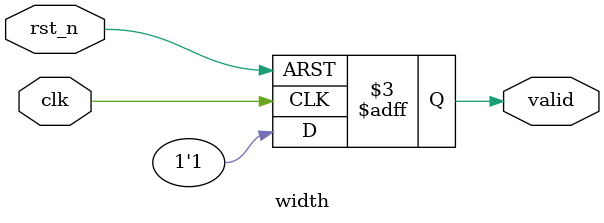
<source format=sv>
`timescale 1ns/1ps

module width (
    input  wire clk,
    input  wire rst_n,
    output reg  valid
);

  always @(posedge clk or negedge rst_n) begin
    if (!rst_n)
      valid <= 0;
    else
      valid <= 1;
  end

  specify
    $width(negedge rst_n, 3); // rst minimum width =  5ns
  endspecify

endmodule

</source>
